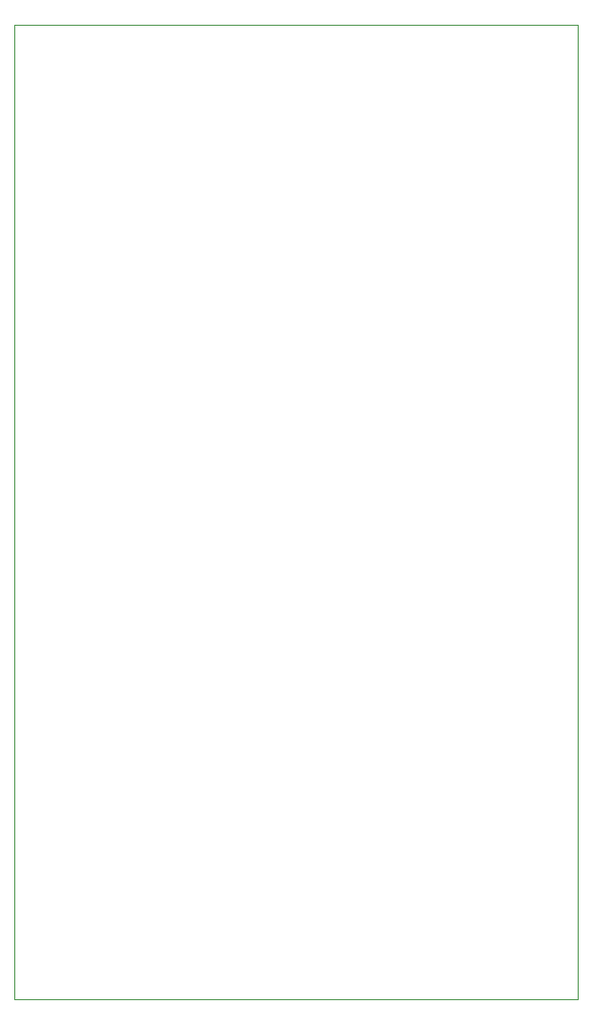
<source format=gbr>
%TF.GenerationSoftware,KiCad,Pcbnew,6.0.0*%
%TF.CreationDate,2022-04-16T14:37:21+02:00*%
%TF.ProjectId,cowdin-3a-pwrmon,636f7764-696e-42d3-9361-2d7077726d6f,1*%
%TF.SameCoordinates,Original*%
%TF.FileFunction,Profile,NP*%
%FSLAX46Y46*%
G04 Gerber Fmt 4.6, Leading zero omitted, Abs format (unit mm)*
G04 Created by KiCad (PCBNEW 6.0.0) date 2022-04-16 14:37:21*
%MOMM*%
%LPD*%
G01*
G04 APERTURE LIST*
%TA.AperFunction,Profile*%
%ADD10C,0.100000*%
%TD*%
G04 APERTURE END LIST*
D10*
X173500000Y-61750000D02*
X173500000Y-148250000D01*
X173500000Y-148250000D02*
X123500000Y-148250000D01*
X123500000Y-61750000D02*
X173500000Y-61750000D01*
X123500000Y-148250000D02*
X123500000Y-61750000D01*
M02*

</source>
